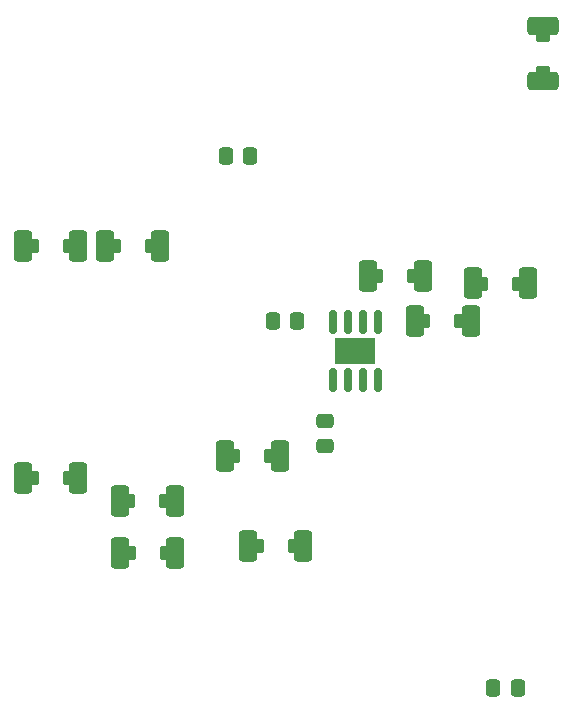
<source format=gbr>
%TF.GenerationSoftware,KiCad,Pcbnew,8.0.6*%
%TF.CreationDate,2024-10-21T09:17:53-06:00*%
%TF.ProjectId,High Power Class AB,48696768-2050-46f7-9765-7220436c6173,rev?*%
%TF.SameCoordinates,Original*%
%TF.FileFunction,Paste,Top*%
%TF.FilePolarity,Positive*%
%FSLAX46Y46*%
G04 Gerber Fmt 4.6, Leading zero omitted, Abs format (unit mm)*
G04 Created by KiCad (PCBNEW 8.0.6) date 2024-10-21 09:17:53*
%MOMM*%
%LPD*%
G01*
G04 APERTURE LIST*
G04 Aperture macros list*
%AMRoundRect*
0 Rectangle with rounded corners*
0 $1 Rounding radius*
0 $2 $3 $4 $5 $6 $7 $8 $9 X,Y pos of 4 corners*
0 Add a 4 corners polygon primitive as box body*
4,1,4,$2,$3,$4,$5,$6,$7,$8,$9,$2,$3,0*
0 Add four circle primitives for the rounded corners*
1,1,$1+$1,$2,$3*
1,1,$1+$1,$4,$5*
1,1,$1+$1,$6,$7*
1,1,$1+$1,$8,$9*
0 Add four rect primitives between the rounded corners*
20,1,$1+$1,$2,$3,$4,$5,0*
20,1,$1+$1,$4,$5,$6,$7,0*
20,1,$1+$1,$6,$7,$8,$9,0*
20,1,$1+$1,$8,$9,$2,$3,0*%
G04 Aperture macros list end*
%ADD10RoundRect,0.249999X-0.512501X-1.075001X0.512501X-1.075001X0.512501X1.075001X-0.512501X1.075001X0*%
%ADD11RoundRect,0.250000X-0.275000X-0.350000X0.275000X-0.350000X0.275000X0.350000X-0.275000X0.350000X0*%
%ADD12RoundRect,0.249999X0.512501X1.075001X-0.512501X1.075001X-0.512501X-1.075001X0.512501X-1.075001X0*%
%ADD13RoundRect,0.250000X0.275000X0.350000X-0.275000X0.350000X-0.275000X-0.350000X0.275000X-0.350000X0*%
%ADD14RoundRect,0.250000X0.337500X0.475000X-0.337500X0.475000X-0.337500X-0.475000X0.337500X-0.475000X0*%
%ADD15RoundRect,0.250000X0.475000X-0.337500X0.475000X0.337500X-0.475000X0.337500X-0.475000X-0.337500X0*%
%ADD16RoundRect,0.150000X0.150000X-0.825000X0.150000X0.825000X-0.150000X0.825000X-0.150000X-0.825000X0*%
%ADD17R,3.500000X2.300000*%
%ADD18RoundRect,0.249999X-1.075001X0.512501X-1.075001X-0.512501X1.075001X-0.512501X1.075001X0.512501X0*%
%ADD19RoundRect,0.250000X-0.350000X0.275000X-0.350000X-0.275000X0.350000X-0.275000X0.350000X0.275000X0*%
%ADD20RoundRect,0.250000X-0.337500X-0.475000X0.337500X-0.475000X0.337500X0.475000X-0.337500X0.475000X0*%
G04 APERTURE END LIST*
D10*
%TO.C,R2*%
X88670000Y-110490000D03*
D11*
X89523500Y-110470000D03*
X92571500Y-110470000D03*
D10*
X93345000Y-110490000D03*
%TD*%
D12*
%TO.C,R1*%
X101600000Y-112395000D03*
D13*
X100746500Y-112415000D03*
X97698500Y-112415000D03*
D12*
X96925000Y-112395000D03*
%TD*%
D10*
%TO.C,R10*%
X107720000Y-116205000D03*
D11*
X108573500Y-116185000D03*
X111621500Y-116185000D03*
D10*
X112395000Y-116205000D03*
%TD*%
%TO.C,R11*%
X88670000Y-90805000D03*
D11*
X89523500Y-90785000D03*
X92571500Y-90785000D03*
D10*
X93345000Y-90805000D03*
%TD*%
D14*
%TO.C,C6*%
X111930000Y-97155000D03*
X109855000Y-97155000D03*
%TD*%
D15*
%TO.C,C5*%
X114300000Y-107717500D03*
X114300000Y-105642500D03*
%TD*%
D16*
%TO.C,U2*%
X114935000Y-102170000D03*
X116205000Y-102170000D03*
X117475000Y-102170000D03*
X118745000Y-102170000D03*
D17*
X116840000Y-99695000D03*
D16*
X118745000Y-97220000D03*
X117475000Y-97220000D03*
X116205000Y-97220000D03*
X114935000Y-97220000D03*
%TD*%
D10*
%TO.C,R3*%
X96925000Y-116840000D03*
D11*
X97778500Y-116820000D03*
X100826500Y-116820000D03*
D10*
X101600000Y-116840000D03*
%TD*%
D18*
%TO.C,R4*%
X132715000Y-72160000D03*
D19*
X132735000Y-73013500D03*
X132735000Y-76061500D03*
D18*
X132715000Y-76835000D03*
%TD*%
D20*
%TO.C,C3*%
X128502500Y-128270000D03*
X130577500Y-128270000D03*
%TD*%
D10*
%TO.C,R13*%
X95655000Y-90805000D03*
D11*
X96508500Y-90785000D03*
X99556500Y-90785000D03*
D10*
X100330000Y-90805000D03*
%TD*%
D12*
%TO.C,R9*%
X110490000Y-108585000D03*
D13*
X109636500Y-108605000D03*
X106588500Y-108605000D03*
D12*
X105815000Y-108585000D03*
%TD*%
D20*
%TO.C,C4*%
X105875000Y-83185000D03*
X107950000Y-83185000D03*
%TD*%
D12*
%TO.C,R12*%
X122555000Y-93345000D03*
D13*
X121701500Y-93365000D03*
X118653500Y-93365000D03*
D12*
X117880000Y-93345000D03*
%TD*%
%TO.C,R14*%
X131445000Y-93980000D03*
D13*
X130591500Y-94000000D03*
X127543500Y-94000000D03*
D12*
X126770000Y-93980000D03*
%TD*%
%TO.C,R15*%
X126595000Y-97155000D03*
D13*
X125741500Y-97175000D03*
X122693500Y-97175000D03*
D12*
X121920000Y-97155000D03*
%TD*%
M02*

</source>
